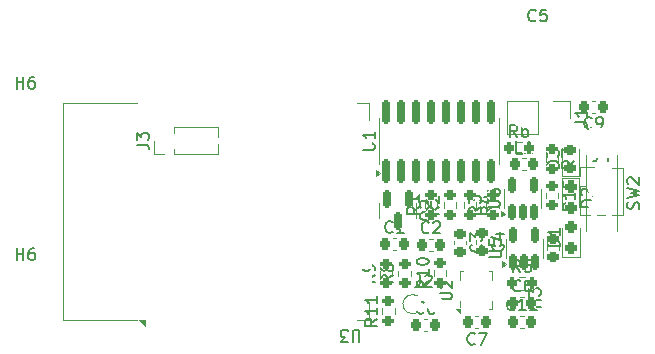
<source format=gto>
G04 #@! TF.GenerationSoftware,KiCad,Pcbnew,9.0.1-9.0.1-0~ubuntu22.04.1*
G04 #@! TF.CreationDate,2025-06-25T02:31:38+02:00*
G04 #@! TF.ProjectId,powermeter2.1,706f7765-726d-4657-9465-72322e312e6b,rev?*
G04 #@! TF.SameCoordinates,Original*
G04 #@! TF.FileFunction,Legend,Top*
G04 #@! TF.FilePolarity,Positive*
%FSLAX46Y46*%
G04 Gerber Fmt 4.6, Leading zero omitted, Abs format (unit mm)*
G04 Created by KiCad (PCBNEW 9.0.1-9.0.1-0~ubuntu22.04.1) date 2025-06-25 02:31:38*
%MOMM*%
%LPD*%
G01*
G04 APERTURE LIST*
G04 Aperture macros list*
%AMRoundRect*
0 Rectangle with rounded corners*
0 $1 Rounding radius*
0 $2 $3 $4 $5 $6 $7 $8 $9 X,Y pos of 4 corners*
0 Add a 4 corners polygon primitive as box body*
4,1,4,$2,$3,$4,$5,$6,$7,$8,$9,$2,$3,0*
0 Add four circle primitives for the rounded corners*
1,1,$1+$1,$2,$3*
1,1,$1+$1,$4,$5*
1,1,$1+$1,$6,$7*
1,1,$1+$1,$8,$9*
0 Add four rect primitives between the rounded corners*
20,1,$1+$1,$2,$3,$4,$5,0*
20,1,$1+$1,$4,$5,$6,$7,0*
20,1,$1+$1,$6,$7,$8,$9,0*
20,1,$1+$1,$8,$9,$2,$3,0*%
G04 Aperture macros list end*
%ADD10C,0.150000*%
%ADD11C,0.120000*%
%ADD12C,0.100000*%
%ADD13RoundRect,0.200000X0.275000X-0.200000X0.275000X0.200000X-0.275000X0.200000X-0.275000X-0.200000X0*%
%ADD14R,1.000000X1.000000*%
%ADD15C,1.000000*%
%ADD16RoundRect,0.200000X-0.200000X-0.275000X0.200000X-0.275000X0.200000X0.275000X-0.200000X0.275000X0*%
%ADD17RoundRect,0.225000X-0.225000X-0.250000X0.225000X-0.250000X0.225000X0.250000X-0.225000X0.250000X0*%
%ADD18RoundRect,0.150000X0.150000X-0.512500X0.150000X0.512500X-0.150000X0.512500X-0.150000X-0.512500X0*%
%ADD19RoundRect,0.225000X-0.250000X0.225000X-0.250000X-0.225000X0.250000X-0.225000X0.250000X0.225000X0*%
%ADD20RoundRect,0.237500X-0.237500X0.287500X-0.237500X-0.287500X0.237500X-0.287500X0.237500X0.287500X0*%
%ADD21RoundRect,0.150000X0.150000X-0.850000X0.150000X0.850000X-0.150000X0.850000X-0.150000X-0.850000X0*%
%ADD22C,3.200000*%
%ADD23RoundRect,0.200000X-0.275000X0.200000X-0.275000X-0.200000X0.275000X-0.200000X0.275000X0.200000X0*%
%ADD24R,1.700000X1.700000*%
%ADD25C,1.700000*%
%ADD26R,0.250000X0.675000*%
%ADD27R,0.675000X0.250000*%
%ADD28C,1.400000*%
%ADD29O,1.400000X1.400000*%
%ADD30C,5.600000*%
%ADD31RoundRect,0.225000X0.225000X0.250000X-0.225000X0.250000X-0.225000X-0.250000X0.225000X-0.250000X0*%
%ADD32RoundRect,0.218750X0.256250X-0.218750X0.256250X0.218750X-0.256250X0.218750X-0.256250X-0.218750X0*%
%ADD33RoundRect,0.218750X-0.218750X-0.256250X0.218750X-0.256250X0.218750X0.256250X-0.218750X0.256250X0*%
%ADD34R,2.000000X2.500000*%
%ADD35RoundRect,0.237500X0.237500X-0.287500X0.237500X0.287500X-0.237500X0.287500X-0.237500X-0.287500X0*%
%ADD36R,0.900000X1.500000*%
%ADD37R,1.500000X0.900000*%
%ADD38C,0.600000*%
%ADD39R,3.900000X3.900000*%
%ADD40RoundRect,0.150000X-0.150000X0.587500X-0.150000X-0.587500X0.150000X-0.587500X0.150000X0.587500X0*%
%ADD41RoundRect,0.225000X0.250000X-0.225000X0.250000X0.225000X-0.250000X0.225000X-0.250000X-0.225000X0*%
G04 APERTURE END LIST*
D10*
X159339819Y-116316666D02*
X158863628Y-116649999D01*
X159339819Y-116888094D02*
X158339819Y-116888094D01*
X158339819Y-116888094D02*
X158339819Y-116507142D01*
X158339819Y-116507142D02*
X158387438Y-116411904D01*
X158387438Y-116411904D02*
X158435057Y-116364285D01*
X158435057Y-116364285D02*
X158530295Y-116316666D01*
X158530295Y-116316666D02*
X158673152Y-116316666D01*
X158673152Y-116316666D02*
X158768390Y-116364285D01*
X158768390Y-116364285D02*
X158816009Y-116411904D01*
X158816009Y-116411904D02*
X158863628Y-116507142D01*
X158863628Y-116507142D02*
X158863628Y-116888094D01*
X158339819Y-115983332D02*
X158339819Y-115364285D01*
X158339819Y-115364285D02*
X158720771Y-115697618D01*
X158720771Y-115697618D02*
X158720771Y-115554761D01*
X158720771Y-115554761D02*
X158768390Y-115459523D01*
X158768390Y-115459523D02*
X158816009Y-115411904D01*
X158816009Y-115411904D02*
X158911247Y-115364285D01*
X158911247Y-115364285D02*
X159149342Y-115364285D01*
X159149342Y-115364285D02*
X159244580Y-115411904D01*
X159244580Y-115411904D02*
X159292200Y-115459523D01*
X159292200Y-115459523D02*
X159339819Y-115554761D01*
X159339819Y-115554761D02*
X159339819Y-115840475D01*
X159339819Y-115840475D02*
X159292200Y-115935713D01*
X159292200Y-115935713D02*
X159244580Y-115983332D01*
X169181666Y-111419819D02*
X169181666Y-112134104D01*
X169181666Y-112134104D02*
X169134047Y-112276961D01*
X169134047Y-112276961D02*
X169038809Y-112372200D01*
X169038809Y-112372200D02*
X168895952Y-112419819D01*
X168895952Y-112419819D02*
X168800714Y-112419819D01*
X170086428Y-111753152D02*
X170086428Y-112419819D01*
X169848333Y-111372200D02*
X169610238Y-112086485D01*
X169610238Y-112086485D02*
X170229285Y-112086485D01*
X162408333Y-110349819D02*
X162075000Y-109873628D01*
X161836905Y-110349819D02*
X161836905Y-109349819D01*
X161836905Y-109349819D02*
X162217857Y-109349819D01*
X162217857Y-109349819D02*
X162313095Y-109397438D01*
X162313095Y-109397438D02*
X162360714Y-109445057D01*
X162360714Y-109445057D02*
X162408333Y-109540295D01*
X162408333Y-109540295D02*
X162408333Y-109683152D01*
X162408333Y-109683152D02*
X162360714Y-109778390D01*
X162360714Y-109778390D02*
X162313095Y-109826009D01*
X162313095Y-109826009D02*
X162217857Y-109873628D01*
X162217857Y-109873628D02*
X161836905Y-109873628D01*
X163265476Y-109349819D02*
X163075000Y-109349819D01*
X163075000Y-109349819D02*
X162979762Y-109397438D01*
X162979762Y-109397438D02*
X162932143Y-109445057D01*
X162932143Y-109445057D02*
X162836905Y-109587914D01*
X162836905Y-109587914D02*
X162789286Y-109778390D01*
X162789286Y-109778390D02*
X162789286Y-110159342D01*
X162789286Y-110159342D02*
X162836905Y-110254580D01*
X162836905Y-110254580D02*
X162884524Y-110302200D01*
X162884524Y-110302200D02*
X162979762Y-110349819D01*
X162979762Y-110349819D02*
X163170238Y-110349819D01*
X163170238Y-110349819D02*
X163265476Y-110302200D01*
X163265476Y-110302200D02*
X163313095Y-110254580D01*
X163313095Y-110254580D02*
X163360714Y-110159342D01*
X163360714Y-110159342D02*
X163360714Y-109921247D01*
X163360714Y-109921247D02*
X163313095Y-109826009D01*
X163313095Y-109826009D02*
X163265476Y-109778390D01*
X163265476Y-109778390D02*
X163170238Y-109730771D01*
X163170238Y-109730771D02*
X162979762Y-109730771D01*
X162979762Y-109730771D02*
X162884524Y-109778390D01*
X162884524Y-109778390D02*
X162836905Y-109826009D01*
X162836905Y-109826009D02*
X162789286Y-109921247D01*
X151899819Y-122091666D02*
X151423628Y-122424999D01*
X151899819Y-122663094D02*
X150899819Y-122663094D01*
X150899819Y-122663094D02*
X150899819Y-122282142D01*
X150899819Y-122282142D02*
X150947438Y-122186904D01*
X150947438Y-122186904D02*
X150995057Y-122139285D01*
X150995057Y-122139285D02*
X151090295Y-122091666D01*
X151090295Y-122091666D02*
X151233152Y-122091666D01*
X151233152Y-122091666D02*
X151328390Y-122139285D01*
X151328390Y-122139285D02*
X151376009Y-122186904D01*
X151376009Y-122186904D02*
X151423628Y-122282142D01*
X151423628Y-122282142D02*
X151423628Y-122663094D01*
X151328390Y-121520237D02*
X151280771Y-121615475D01*
X151280771Y-121615475D02*
X151233152Y-121663094D01*
X151233152Y-121663094D02*
X151137914Y-121710713D01*
X151137914Y-121710713D02*
X151090295Y-121710713D01*
X151090295Y-121710713D02*
X150995057Y-121663094D01*
X150995057Y-121663094D02*
X150947438Y-121615475D01*
X150947438Y-121615475D02*
X150899819Y-121520237D01*
X150899819Y-121520237D02*
X150899819Y-121329761D01*
X150899819Y-121329761D02*
X150947438Y-121234523D01*
X150947438Y-121234523D02*
X150995057Y-121186904D01*
X150995057Y-121186904D02*
X151090295Y-121139285D01*
X151090295Y-121139285D02*
X151137914Y-121139285D01*
X151137914Y-121139285D02*
X151233152Y-121186904D01*
X151233152Y-121186904D02*
X151280771Y-121234523D01*
X151280771Y-121234523D02*
X151328390Y-121329761D01*
X151328390Y-121329761D02*
X151328390Y-121520237D01*
X151328390Y-121520237D02*
X151376009Y-121615475D01*
X151376009Y-121615475D02*
X151423628Y-121663094D01*
X151423628Y-121663094D02*
X151518866Y-121710713D01*
X151518866Y-121710713D02*
X151709342Y-121710713D01*
X151709342Y-121710713D02*
X151804580Y-121663094D01*
X151804580Y-121663094D02*
X151852200Y-121615475D01*
X151852200Y-121615475D02*
X151899819Y-121520237D01*
X151899819Y-121520237D02*
X151899819Y-121329761D01*
X151899819Y-121329761D02*
X151852200Y-121234523D01*
X151852200Y-121234523D02*
X151804580Y-121186904D01*
X151804580Y-121186904D02*
X151709342Y-121139285D01*
X151709342Y-121139285D02*
X151518866Y-121139285D01*
X151518866Y-121139285D02*
X151423628Y-121186904D01*
X151423628Y-121186904D02*
X151376009Y-121234523D01*
X151376009Y-121234523D02*
X151328390Y-121329761D01*
X154483333Y-125229580D02*
X154435714Y-125277200D01*
X154435714Y-125277200D02*
X154292857Y-125324819D01*
X154292857Y-125324819D02*
X154197619Y-125324819D01*
X154197619Y-125324819D02*
X154054762Y-125277200D01*
X154054762Y-125277200D02*
X153959524Y-125181961D01*
X153959524Y-125181961D02*
X153911905Y-125086723D01*
X153911905Y-125086723D02*
X153864286Y-124896247D01*
X153864286Y-124896247D02*
X153864286Y-124753390D01*
X153864286Y-124753390D02*
X153911905Y-124562914D01*
X153911905Y-124562914D02*
X153959524Y-124467676D01*
X153959524Y-124467676D02*
X154054762Y-124372438D01*
X154054762Y-124372438D02*
X154197619Y-124324819D01*
X154197619Y-124324819D02*
X154292857Y-124324819D01*
X154292857Y-124324819D02*
X154435714Y-124372438D01*
X154435714Y-124372438D02*
X154483333Y-124420057D01*
X155054762Y-124753390D02*
X154959524Y-124705771D01*
X154959524Y-124705771D02*
X154911905Y-124658152D01*
X154911905Y-124658152D02*
X154864286Y-124562914D01*
X154864286Y-124562914D02*
X154864286Y-124515295D01*
X154864286Y-124515295D02*
X154911905Y-124420057D01*
X154911905Y-124420057D02*
X154959524Y-124372438D01*
X154959524Y-124372438D02*
X155054762Y-124324819D01*
X155054762Y-124324819D02*
X155245238Y-124324819D01*
X155245238Y-124324819D02*
X155340476Y-124372438D01*
X155340476Y-124372438D02*
X155388095Y-124420057D01*
X155388095Y-124420057D02*
X155435714Y-124515295D01*
X155435714Y-124515295D02*
X155435714Y-124562914D01*
X155435714Y-124562914D02*
X155388095Y-124658152D01*
X155388095Y-124658152D02*
X155340476Y-124705771D01*
X155340476Y-124705771D02*
X155245238Y-124753390D01*
X155245238Y-124753390D02*
X155054762Y-124753390D01*
X155054762Y-124753390D02*
X154959524Y-124801009D01*
X154959524Y-124801009D02*
X154911905Y-124848628D01*
X154911905Y-124848628D02*
X154864286Y-124943866D01*
X154864286Y-124943866D02*
X154864286Y-125134342D01*
X154864286Y-125134342D02*
X154911905Y-125229580D01*
X154911905Y-125229580D02*
X154959524Y-125277200D01*
X154959524Y-125277200D02*
X155054762Y-125324819D01*
X155054762Y-125324819D02*
X155245238Y-125324819D01*
X155245238Y-125324819D02*
X155340476Y-125277200D01*
X155340476Y-125277200D02*
X155388095Y-125229580D01*
X155388095Y-125229580D02*
X155435714Y-125134342D01*
X155435714Y-125134342D02*
X155435714Y-124943866D01*
X155435714Y-124943866D02*
X155388095Y-124848628D01*
X155388095Y-124848628D02*
X155340476Y-124801009D01*
X155340476Y-124801009D02*
X155245238Y-124753390D01*
X150324819Y-122091666D02*
X149848628Y-122424999D01*
X150324819Y-122663094D02*
X149324819Y-122663094D01*
X149324819Y-122663094D02*
X149324819Y-122282142D01*
X149324819Y-122282142D02*
X149372438Y-122186904D01*
X149372438Y-122186904D02*
X149420057Y-122139285D01*
X149420057Y-122139285D02*
X149515295Y-122091666D01*
X149515295Y-122091666D02*
X149658152Y-122091666D01*
X149658152Y-122091666D02*
X149753390Y-122139285D01*
X149753390Y-122139285D02*
X149801009Y-122186904D01*
X149801009Y-122186904D02*
X149848628Y-122282142D01*
X149848628Y-122282142D02*
X149848628Y-122663094D01*
X150324819Y-121615475D02*
X150324819Y-121424999D01*
X150324819Y-121424999D02*
X150277200Y-121329761D01*
X150277200Y-121329761D02*
X150229580Y-121282142D01*
X150229580Y-121282142D02*
X150086723Y-121186904D01*
X150086723Y-121186904D02*
X149896247Y-121139285D01*
X149896247Y-121139285D02*
X149515295Y-121139285D01*
X149515295Y-121139285D02*
X149420057Y-121186904D01*
X149420057Y-121186904D02*
X149372438Y-121234523D01*
X149372438Y-121234523D02*
X149324819Y-121329761D01*
X149324819Y-121329761D02*
X149324819Y-121520237D01*
X149324819Y-121520237D02*
X149372438Y-121615475D01*
X149372438Y-121615475D02*
X149420057Y-121663094D01*
X149420057Y-121663094D02*
X149515295Y-121710713D01*
X149515295Y-121710713D02*
X149753390Y-121710713D01*
X149753390Y-121710713D02*
X149848628Y-121663094D01*
X149848628Y-121663094D02*
X149896247Y-121615475D01*
X149896247Y-121615475D02*
X149943866Y-121520237D01*
X149943866Y-121520237D02*
X149943866Y-121329761D01*
X149943866Y-121329761D02*
X149896247Y-121234523D01*
X149896247Y-121234523D02*
X149848628Y-121186904D01*
X149848628Y-121186904D02*
X149753390Y-121139285D01*
X130209819Y-111020833D02*
X130924104Y-111020833D01*
X130924104Y-111020833D02*
X131066961Y-111068452D01*
X131066961Y-111068452D02*
X131162200Y-111163690D01*
X131162200Y-111163690D02*
X131209819Y-111306547D01*
X131209819Y-111306547D02*
X131209819Y-111401785D01*
X130209819Y-110639880D02*
X130209819Y-110020833D01*
X130209819Y-110020833D02*
X130590771Y-110354166D01*
X130590771Y-110354166D02*
X130590771Y-110211309D01*
X130590771Y-110211309D02*
X130638390Y-110116071D01*
X130638390Y-110116071D02*
X130686009Y-110068452D01*
X130686009Y-110068452D02*
X130781247Y-110020833D01*
X130781247Y-110020833D02*
X131019342Y-110020833D01*
X131019342Y-110020833D02*
X131114580Y-110068452D01*
X131114580Y-110068452D02*
X131162200Y-110116071D01*
X131162200Y-110116071D02*
X131209819Y-110211309D01*
X131209819Y-110211309D02*
X131209819Y-110497023D01*
X131209819Y-110497023D02*
X131162200Y-110592261D01*
X131162200Y-110592261D02*
X131114580Y-110639880D01*
X159929819Y-116324404D02*
X160739342Y-116324404D01*
X160739342Y-116324404D02*
X160834580Y-116276785D01*
X160834580Y-116276785D02*
X160882200Y-116229166D01*
X160882200Y-116229166D02*
X160929819Y-116133928D01*
X160929819Y-116133928D02*
X160929819Y-115943452D01*
X160929819Y-115943452D02*
X160882200Y-115848214D01*
X160882200Y-115848214D02*
X160834580Y-115800595D01*
X160834580Y-115800595D02*
X160739342Y-115752976D01*
X160739342Y-115752976D02*
X159929819Y-115752976D01*
X159929819Y-114848214D02*
X159929819Y-115038690D01*
X159929819Y-115038690D02*
X159977438Y-115133928D01*
X159977438Y-115133928D02*
X160025057Y-115181547D01*
X160025057Y-115181547D02*
X160167914Y-115276785D01*
X160167914Y-115276785D02*
X160358390Y-115324404D01*
X160358390Y-115324404D02*
X160739342Y-115324404D01*
X160739342Y-115324404D02*
X160834580Y-115276785D01*
X160834580Y-115276785D02*
X160882200Y-115229166D01*
X160882200Y-115229166D02*
X160929819Y-115133928D01*
X160929819Y-115133928D02*
X160929819Y-114943452D01*
X160929819Y-114943452D02*
X160882200Y-114848214D01*
X160882200Y-114848214D02*
X160834580Y-114800595D01*
X160834580Y-114800595D02*
X160739342Y-114752976D01*
X160739342Y-114752976D02*
X160501247Y-114752976D01*
X160501247Y-114752976D02*
X160406009Y-114800595D01*
X160406009Y-114800595D02*
X160358390Y-114848214D01*
X160358390Y-114848214D02*
X160310771Y-114943452D01*
X160310771Y-114943452D02*
X160310771Y-115133928D01*
X160310771Y-115133928D02*
X160358390Y-115229166D01*
X160358390Y-115229166D02*
X160406009Y-115276785D01*
X160406009Y-115276785D02*
X160501247Y-115324404D01*
X159354580Y-119491666D02*
X159402200Y-119539285D01*
X159402200Y-119539285D02*
X159449819Y-119682142D01*
X159449819Y-119682142D02*
X159449819Y-119777380D01*
X159449819Y-119777380D02*
X159402200Y-119920237D01*
X159402200Y-119920237D02*
X159306961Y-120015475D01*
X159306961Y-120015475D02*
X159211723Y-120063094D01*
X159211723Y-120063094D02*
X159021247Y-120110713D01*
X159021247Y-120110713D02*
X158878390Y-120110713D01*
X158878390Y-120110713D02*
X158687914Y-120063094D01*
X158687914Y-120063094D02*
X158592676Y-120015475D01*
X158592676Y-120015475D02*
X158497438Y-119920237D01*
X158497438Y-119920237D02*
X158449819Y-119777380D01*
X158449819Y-119777380D02*
X158449819Y-119682142D01*
X158449819Y-119682142D02*
X158497438Y-119539285D01*
X158497438Y-119539285D02*
X158545057Y-119491666D01*
X158449819Y-119158332D02*
X158449819Y-118539285D01*
X158449819Y-118539285D02*
X158830771Y-118872618D01*
X158830771Y-118872618D02*
X158830771Y-118729761D01*
X158830771Y-118729761D02*
X158878390Y-118634523D01*
X158878390Y-118634523D02*
X158926009Y-118586904D01*
X158926009Y-118586904D02*
X159021247Y-118539285D01*
X159021247Y-118539285D02*
X159259342Y-118539285D01*
X159259342Y-118539285D02*
X159354580Y-118586904D01*
X159354580Y-118586904D02*
X159402200Y-118634523D01*
X159402200Y-118634523D02*
X159449819Y-118729761D01*
X159449819Y-118729761D02*
X159449819Y-119015475D01*
X159449819Y-119015475D02*
X159402200Y-119110713D01*
X159402200Y-119110713D02*
X159354580Y-119158332D01*
X161179580Y-119441666D02*
X161227200Y-119489285D01*
X161227200Y-119489285D02*
X161274819Y-119632142D01*
X161274819Y-119632142D02*
X161274819Y-119727380D01*
X161274819Y-119727380D02*
X161227200Y-119870237D01*
X161227200Y-119870237D02*
X161131961Y-119965475D01*
X161131961Y-119965475D02*
X161036723Y-120013094D01*
X161036723Y-120013094D02*
X160846247Y-120060713D01*
X160846247Y-120060713D02*
X160703390Y-120060713D01*
X160703390Y-120060713D02*
X160512914Y-120013094D01*
X160512914Y-120013094D02*
X160417676Y-119965475D01*
X160417676Y-119965475D02*
X160322438Y-119870237D01*
X160322438Y-119870237D02*
X160274819Y-119727380D01*
X160274819Y-119727380D02*
X160274819Y-119632142D01*
X160274819Y-119632142D02*
X160322438Y-119489285D01*
X160322438Y-119489285D02*
X160370057Y-119441666D01*
X160608152Y-118584523D02*
X161274819Y-118584523D01*
X160227200Y-118822618D02*
X160941485Y-119060713D01*
X160941485Y-119060713D02*
X160941485Y-118441666D01*
X168809819Y-116263094D02*
X167809819Y-116263094D01*
X167809819Y-116263094D02*
X167809819Y-116024999D01*
X167809819Y-116024999D02*
X167857438Y-115882142D01*
X167857438Y-115882142D02*
X167952676Y-115786904D01*
X167952676Y-115786904D02*
X168047914Y-115739285D01*
X168047914Y-115739285D02*
X168238390Y-115691666D01*
X168238390Y-115691666D02*
X168381247Y-115691666D01*
X168381247Y-115691666D02*
X168571723Y-115739285D01*
X168571723Y-115739285D02*
X168666961Y-115786904D01*
X168666961Y-115786904D02*
X168762200Y-115882142D01*
X168762200Y-115882142D02*
X168809819Y-116024999D01*
X168809819Y-116024999D02*
X168809819Y-116263094D01*
X167905057Y-115310713D02*
X167857438Y-115263094D01*
X167857438Y-115263094D02*
X167809819Y-115167856D01*
X167809819Y-115167856D02*
X167809819Y-114929761D01*
X167809819Y-114929761D02*
X167857438Y-114834523D01*
X167857438Y-114834523D02*
X167905057Y-114786904D01*
X167905057Y-114786904D02*
X168000295Y-114739285D01*
X168000295Y-114739285D02*
X168095533Y-114739285D01*
X168095533Y-114739285D02*
X168238390Y-114786904D01*
X168238390Y-114786904D02*
X168809819Y-115358332D01*
X168809819Y-115358332D02*
X168809819Y-114739285D01*
X162658333Y-123354580D02*
X162610714Y-123402200D01*
X162610714Y-123402200D02*
X162467857Y-123449819D01*
X162467857Y-123449819D02*
X162372619Y-123449819D01*
X162372619Y-123449819D02*
X162229762Y-123402200D01*
X162229762Y-123402200D02*
X162134524Y-123306961D01*
X162134524Y-123306961D02*
X162086905Y-123211723D01*
X162086905Y-123211723D02*
X162039286Y-123021247D01*
X162039286Y-123021247D02*
X162039286Y-122878390D01*
X162039286Y-122878390D02*
X162086905Y-122687914D01*
X162086905Y-122687914D02*
X162134524Y-122592676D01*
X162134524Y-122592676D02*
X162229762Y-122497438D01*
X162229762Y-122497438D02*
X162372619Y-122449819D01*
X162372619Y-122449819D02*
X162467857Y-122449819D01*
X162467857Y-122449819D02*
X162610714Y-122497438D01*
X162610714Y-122497438D02*
X162658333Y-122545057D01*
X163515476Y-122449819D02*
X163325000Y-122449819D01*
X163325000Y-122449819D02*
X163229762Y-122497438D01*
X163229762Y-122497438D02*
X163182143Y-122545057D01*
X163182143Y-122545057D02*
X163086905Y-122687914D01*
X163086905Y-122687914D02*
X163039286Y-122878390D01*
X163039286Y-122878390D02*
X163039286Y-123259342D01*
X163039286Y-123259342D02*
X163086905Y-123354580D01*
X163086905Y-123354580D02*
X163134524Y-123402200D01*
X163134524Y-123402200D02*
X163229762Y-123449819D01*
X163229762Y-123449819D02*
X163420238Y-123449819D01*
X163420238Y-123449819D02*
X163515476Y-123402200D01*
X163515476Y-123402200D02*
X163563095Y-123354580D01*
X163563095Y-123354580D02*
X163610714Y-123259342D01*
X163610714Y-123259342D02*
X163610714Y-123021247D01*
X163610714Y-123021247D02*
X163563095Y-122926009D01*
X163563095Y-122926009D02*
X163515476Y-122878390D01*
X163515476Y-122878390D02*
X163420238Y-122830771D01*
X163420238Y-122830771D02*
X163229762Y-122830771D01*
X163229762Y-122830771D02*
X163134524Y-122878390D01*
X163134524Y-122878390D02*
X163086905Y-122926009D01*
X163086905Y-122926009D02*
X163039286Y-123021247D01*
X154933333Y-118429580D02*
X154885714Y-118477200D01*
X154885714Y-118477200D02*
X154742857Y-118524819D01*
X154742857Y-118524819D02*
X154647619Y-118524819D01*
X154647619Y-118524819D02*
X154504762Y-118477200D01*
X154504762Y-118477200D02*
X154409524Y-118381961D01*
X154409524Y-118381961D02*
X154361905Y-118286723D01*
X154361905Y-118286723D02*
X154314286Y-118096247D01*
X154314286Y-118096247D02*
X154314286Y-117953390D01*
X154314286Y-117953390D02*
X154361905Y-117762914D01*
X154361905Y-117762914D02*
X154409524Y-117667676D01*
X154409524Y-117667676D02*
X154504762Y-117572438D01*
X154504762Y-117572438D02*
X154647619Y-117524819D01*
X154647619Y-117524819D02*
X154742857Y-117524819D01*
X154742857Y-117524819D02*
X154885714Y-117572438D01*
X154885714Y-117572438D02*
X154933333Y-117620057D01*
X155314286Y-117620057D02*
X155361905Y-117572438D01*
X155361905Y-117572438D02*
X155457143Y-117524819D01*
X155457143Y-117524819D02*
X155695238Y-117524819D01*
X155695238Y-117524819D02*
X155790476Y-117572438D01*
X155790476Y-117572438D02*
X155838095Y-117620057D01*
X155838095Y-117620057D02*
X155885714Y-117715295D01*
X155885714Y-117715295D02*
X155885714Y-117810533D01*
X155885714Y-117810533D02*
X155838095Y-117953390D01*
X155838095Y-117953390D02*
X155266667Y-118524819D01*
X155266667Y-118524819D02*
X155885714Y-118524819D01*
X149329819Y-111486904D02*
X150139342Y-111486904D01*
X150139342Y-111486904D02*
X150234580Y-111439285D01*
X150234580Y-111439285D02*
X150282200Y-111391666D01*
X150282200Y-111391666D02*
X150329819Y-111296428D01*
X150329819Y-111296428D02*
X150329819Y-111105952D01*
X150329819Y-111105952D02*
X150282200Y-111010714D01*
X150282200Y-111010714D02*
X150234580Y-110963095D01*
X150234580Y-110963095D02*
X150139342Y-110915476D01*
X150139342Y-110915476D02*
X149329819Y-110915476D01*
X150329819Y-109915476D02*
X150329819Y-110486904D01*
X150329819Y-110201190D02*
X149329819Y-110201190D01*
X149329819Y-110201190D02*
X149472676Y-110296428D01*
X149472676Y-110296428D02*
X149567914Y-110391666D01*
X149567914Y-110391666D02*
X149615533Y-110486904D01*
X162182142Y-124954580D02*
X162134523Y-125002200D01*
X162134523Y-125002200D02*
X161991666Y-125049819D01*
X161991666Y-125049819D02*
X161896428Y-125049819D01*
X161896428Y-125049819D02*
X161753571Y-125002200D01*
X161753571Y-125002200D02*
X161658333Y-124906961D01*
X161658333Y-124906961D02*
X161610714Y-124811723D01*
X161610714Y-124811723D02*
X161563095Y-124621247D01*
X161563095Y-124621247D02*
X161563095Y-124478390D01*
X161563095Y-124478390D02*
X161610714Y-124287914D01*
X161610714Y-124287914D02*
X161658333Y-124192676D01*
X161658333Y-124192676D02*
X161753571Y-124097438D01*
X161753571Y-124097438D02*
X161896428Y-124049819D01*
X161896428Y-124049819D02*
X161991666Y-124049819D01*
X161991666Y-124049819D02*
X162134523Y-124097438D01*
X162134523Y-124097438D02*
X162182142Y-124145057D01*
X163134523Y-125049819D02*
X162563095Y-125049819D01*
X162848809Y-125049819D02*
X162848809Y-124049819D01*
X162848809Y-124049819D02*
X162753571Y-124192676D01*
X162753571Y-124192676D02*
X162658333Y-124287914D01*
X162658333Y-124287914D02*
X162563095Y-124335533D01*
X164086904Y-125049819D02*
X163515476Y-125049819D01*
X163801190Y-125049819D02*
X163801190Y-124049819D01*
X163801190Y-124049819D02*
X163705952Y-124192676D01*
X163705952Y-124192676D02*
X163610714Y-124287914D01*
X163610714Y-124287914D02*
X163515476Y-124335533D01*
X120013095Y-120779819D02*
X120013095Y-119779819D01*
X120013095Y-120256009D02*
X120584523Y-120256009D01*
X120584523Y-120779819D02*
X120584523Y-119779819D01*
X121489285Y-119779819D02*
X121298809Y-119779819D01*
X121298809Y-119779819D02*
X121203571Y-119827438D01*
X121203571Y-119827438D02*
X121155952Y-119875057D01*
X121155952Y-119875057D02*
X121060714Y-120017914D01*
X121060714Y-120017914D02*
X121013095Y-120208390D01*
X121013095Y-120208390D02*
X121013095Y-120589342D01*
X121013095Y-120589342D02*
X121060714Y-120684580D01*
X121060714Y-120684580D02*
X121108333Y-120732200D01*
X121108333Y-120732200D02*
X121203571Y-120779819D01*
X121203571Y-120779819D02*
X121394047Y-120779819D01*
X121394047Y-120779819D02*
X121489285Y-120732200D01*
X121489285Y-120732200D02*
X121536904Y-120684580D01*
X121536904Y-120684580D02*
X121584523Y-120589342D01*
X121584523Y-120589342D02*
X121584523Y-120351247D01*
X121584523Y-120351247D02*
X121536904Y-120256009D01*
X121536904Y-120256009D02*
X121489285Y-120208390D01*
X121489285Y-120208390D02*
X121394047Y-120160771D01*
X121394047Y-120160771D02*
X121203571Y-120160771D01*
X121203571Y-120160771D02*
X121108333Y-120208390D01*
X121108333Y-120208390D02*
X121060714Y-120256009D01*
X121060714Y-120256009D02*
X121013095Y-120351247D01*
X167234819Y-112391666D02*
X166758628Y-112724999D01*
X167234819Y-112963094D02*
X166234819Y-112963094D01*
X166234819Y-112963094D02*
X166234819Y-112582142D01*
X166234819Y-112582142D02*
X166282438Y-112486904D01*
X166282438Y-112486904D02*
X166330057Y-112439285D01*
X166330057Y-112439285D02*
X166425295Y-112391666D01*
X166425295Y-112391666D02*
X166568152Y-112391666D01*
X166568152Y-112391666D02*
X166663390Y-112439285D01*
X166663390Y-112439285D02*
X166711009Y-112486904D01*
X166711009Y-112486904D02*
X166758628Y-112582142D01*
X166758628Y-112582142D02*
X166758628Y-112963094D01*
X166234819Y-112058332D02*
X166234819Y-111391666D01*
X166234819Y-111391666D02*
X167234819Y-111820237D01*
X167309819Y-109083333D02*
X168024104Y-109083333D01*
X168024104Y-109083333D02*
X168166961Y-109130952D01*
X168166961Y-109130952D02*
X168262200Y-109226190D01*
X168262200Y-109226190D02*
X168309819Y-109369047D01*
X168309819Y-109369047D02*
X168309819Y-109464285D01*
X168309819Y-108083333D02*
X168309819Y-108654761D01*
X168309819Y-108369047D02*
X167309819Y-108369047D01*
X167309819Y-108369047D02*
X167452676Y-108464285D01*
X167452676Y-108464285D02*
X167547914Y-108559523D01*
X167547914Y-108559523D02*
X167595533Y-108654761D01*
X155872319Y-124119404D02*
X156681842Y-124119404D01*
X156681842Y-124119404D02*
X156777080Y-124071785D01*
X156777080Y-124071785D02*
X156824700Y-124024166D01*
X156824700Y-124024166D02*
X156872319Y-123928928D01*
X156872319Y-123928928D02*
X156872319Y-123738452D01*
X156872319Y-123738452D02*
X156824700Y-123643214D01*
X156824700Y-123643214D02*
X156777080Y-123595595D01*
X156777080Y-123595595D02*
X156681842Y-123547976D01*
X156681842Y-123547976D02*
X155872319Y-123547976D01*
X155967557Y-123119404D02*
X155919938Y-123071785D01*
X155919938Y-123071785D02*
X155872319Y-122976547D01*
X155872319Y-122976547D02*
X155872319Y-122738452D01*
X155872319Y-122738452D02*
X155919938Y-122643214D01*
X155919938Y-122643214D02*
X155967557Y-122595595D01*
X155967557Y-122595595D02*
X156062795Y-122547976D01*
X156062795Y-122547976D02*
X156158033Y-122547976D01*
X156158033Y-122547976D02*
X156300890Y-122595595D01*
X156300890Y-122595595D02*
X156872319Y-123167023D01*
X156872319Y-123167023D02*
X156872319Y-122547976D01*
X154161666Y-122059819D02*
X154161666Y-122774104D01*
X154161666Y-122774104D02*
X154114047Y-122916961D01*
X154114047Y-122916961D02*
X154018809Y-123012200D01*
X154018809Y-123012200D02*
X153875952Y-123059819D01*
X153875952Y-123059819D02*
X153780714Y-123059819D01*
X154590238Y-122155057D02*
X154637857Y-122107438D01*
X154637857Y-122107438D02*
X154733095Y-122059819D01*
X154733095Y-122059819D02*
X154971190Y-122059819D01*
X154971190Y-122059819D02*
X155066428Y-122107438D01*
X155066428Y-122107438D02*
X155114047Y-122155057D01*
X155114047Y-122155057D02*
X155161666Y-122250295D01*
X155161666Y-122250295D02*
X155161666Y-122345533D01*
X155161666Y-122345533D02*
X155114047Y-122488390D01*
X155114047Y-122488390D02*
X154542619Y-123059819D01*
X154542619Y-123059819D02*
X155161666Y-123059819D01*
X164379819Y-124761904D02*
X163379819Y-124761904D01*
X163856009Y-124761904D02*
X163856009Y-124190476D01*
X164379819Y-124190476D02*
X163379819Y-124190476D01*
X163379819Y-123809523D02*
X163379819Y-123190476D01*
X163379819Y-123190476D02*
X163760771Y-123523809D01*
X163760771Y-123523809D02*
X163760771Y-123380952D01*
X163760771Y-123380952D02*
X163808390Y-123285714D01*
X163808390Y-123285714D02*
X163856009Y-123238095D01*
X163856009Y-123238095D02*
X163951247Y-123190476D01*
X163951247Y-123190476D02*
X164189342Y-123190476D01*
X164189342Y-123190476D02*
X164284580Y-123238095D01*
X164284580Y-123238095D02*
X164332200Y-123285714D01*
X164332200Y-123285714D02*
X164379819Y-123380952D01*
X164379819Y-123380952D02*
X164379819Y-123666666D01*
X164379819Y-123666666D02*
X164332200Y-123761904D01*
X164332200Y-123761904D02*
X164284580Y-123809523D01*
X120013095Y-106279819D02*
X120013095Y-105279819D01*
X120013095Y-105756009D02*
X120584523Y-105756009D01*
X120584523Y-106279819D02*
X120584523Y-105279819D01*
X121489285Y-105279819D02*
X121298809Y-105279819D01*
X121298809Y-105279819D02*
X121203571Y-105327438D01*
X121203571Y-105327438D02*
X121155952Y-105375057D01*
X121155952Y-105375057D02*
X121060714Y-105517914D01*
X121060714Y-105517914D02*
X121013095Y-105708390D01*
X121013095Y-105708390D02*
X121013095Y-106089342D01*
X121013095Y-106089342D02*
X121060714Y-106184580D01*
X121060714Y-106184580D02*
X121108333Y-106232200D01*
X121108333Y-106232200D02*
X121203571Y-106279819D01*
X121203571Y-106279819D02*
X121394047Y-106279819D01*
X121394047Y-106279819D02*
X121489285Y-106232200D01*
X121489285Y-106232200D02*
X121536904Y-106184580D01*
X121536904Y-106184580D02*
X121584523Y-106089342D01*
X121584523Y-106089342D02*
X121584523Y-105851247D01*
X121584523Y-105851247D02*
X121536904Y-105756009D01*
X121536904Y-105756009D02*
X121489285Y-105708390D01*
X121489285Y-105708390D02*
X121394047Y-105660771D01*
X121394047Y-105660771D02*
X121203571Y-105660771D01*
X121203571Y-105660771D02*
X121108333Y-105708390D01*
X121108333Y-105708390D02*
X121060714Y-105756009D01*
X121060714Y-105756009D02*
X121013095Y-105851247D01*
X168708333Y-109589580D02*
X168660714Y-109637200D01*
X168660714Y-109637200D02*
X168517857Y-109684819D01*
X168517857Y-109684819D02*
X168422619Y-109684819D01*
X168422619Y-109684819D02*
X168279762Y-109637200D01*
X168279762Y-109637200D02*
X168184524Y-109541961D01*
X168184524Y-109541961D02*
X168136905Y-109446723D01*
X168136905Y-109446723D02*
X168089286Y-109256247D01*
X168089286Y-109256247D02*
X168089286Y-109113390D01*
X168089286Y-109113390D02*
X168136905Y-108922914D01*
X168136905Y-108922914D02*
X168184524Y-108827676D01*
X168184524Y-108827676D02*
X168279762Y-108732438D01*
X168279762Y-108732438D02*
X168422619Y-108684819D01*
X168422619Y-108684819D02*
X168517857Y-108684819D01*
X168517857Y-108684819D02*
X168660714Y-108732438D01*
X168660714Y-108732438D02*
X168708333Y-108780057D01*
X169184524Y-109684819D02*
X169375000Y-109684819D01*
X169375000Y-109684819D02*
X169470238Y-109637200D01*
X169470238Y-109637200D02*
X169517857Y-109589580D01*
X169517857Y-109589580D02*
X169613095Y-109446723D01*
X169613095Y-109446723D02*
X169660714Y-109256247D01*
X169660714Y-109256247D02*
X169660714Y-108875295D01*
X169660714Y-108875295D02*
X169613095Y-108780057D01*
X169613095Y-108780057D02*
X169565476Y-108732438D01*
X169565476Y-108732438D02*
X169470238Y-108684819D01*
X169470238Y-108684819D02*
X169279762Y-108684819D01*
X169279762Y-108684819D02*
X169184524Y-108732438D01*
X169184524Y-108732438D02*
X169136905Y-108780057D01*
X169136905Y-108780057D02*
X169089286Y-108875295D01*
X169089286Y-108875295D02*
X169089286Y-109113390D01*
X169089286Y-109113390D02*
X169136905Y-109208628D01*
X169136905Y-109208628D02*
X169184524Y-109256247D01*
X169184524Y-109256247D02*
X169279762Y-109303866D01*
X169279762Y-109303866D02*
X169470238Y-109303866D01*
X169470238Y-109303866D02*
X169565476Y-109256247D01*
X169565476Y-109256247D02*
X169613095Y-109208628D01*
X169613095Y-109208628D02*
X169660714Y-109113390D01*
X167259819Y-115967857D02*
X166783628Y-116301190D01*
X167259819Y-116539285D02*
X166259819Y-116539285D01*
X166259819Y-116539285D02*
X166259819Y-116158333D01*
X166259819Y-116158333D02*
X166307438Y-116063095D01*
X166307438Y-116063095D02*
X166355057Y-116015476D01*
X166355057Y-116015476D02*
X166450295Y-115967857D01*
X166450295Y-115967857D02*
X166593152Y-115967857D01*
X166593152Y-115967857D02*
X166688390Y-116015476D01*
X166688390Y-116015476D02*
X166736009Y-116063095D01*
X166736009Y-116063095D02*
X166783628Y-116158333D01*
X166783628Y-116158333D02*
X166783628Y-116539285D01*
X167259819Y-115015476D02*
X167259819Y-115586904D01*
X167259819Y-115301190D02*
X166259819Y-115301190D01*
X166259819Y-115301190D02*
X166402676Y-115396428D01*
X166402676Y-115396428D02*
X166497914Y-115491666D01*
X166497914Y-115491666D02*
X166545533Y-115586904D01*
X166259819Y-114110714D02*
X166259819Y-114586904D01*
X166259819Y-114586904D02*
X166736009Y-114634523D01*
X166736009Y-114634523D02*
X166688390Y-114586904D01*
X166688390Y-114586904D02*
X166640771Y-114491666D01*
X166640771Y-114491666D02*
X166640771Y-114253571D01*
X166640771Y-114253571D02*
X166688390Y-114158333D01*
X166688390Y-114158333D02*
X166736009Y-114110714D01*
X166736009Y-114110714D02*
X166831247Y-114063095D01*
X166831247Y-114063095D02*
X167069342Y-114063095D01*
X167069342Y-114063095D02*
X167164580Y-114110714D01*
X167164580Y-114110714D02*
X167212200Y-114158333D01*
X167212200Y-114158333D02*
X167259819Y-114253571D01*
X167259819Y-114253571D02*
X167259819Y-114491666D01*
X167259819Y-114491666D02*
X167212200Y-114586904D01*
X167212200Y-114586904D02*
X167164580Y-114634523D01*
X165924819Y-112963094D02*
X164924819Y-112963094D01*
X164924819Y-112963094D02*
X164924819Y-112724999D01*
X164924819Y-112724999D02*
X164972438Y-112582142D01*
X164972438Y-112582142D02*
X165067676Y-112486904D01*
X165067676Y-112486904D02*
X165162914Y-112439285D01*
X165162914Y-112439285D02*
X165353390Y-112391666D01*
X165353390Y-112391666D02*
X165496247Y-112391666D01*
X165496247Y-112391666D02*
X165686723Y-112439285D01*
X165686723Y-112439285D02*
X165781961Y-112486904D01*
X165781961Y-112486904D02*
X165877200Y-112582142D01*
X165877200Y-112582142D02*
X165924819Y-112724999D01*
X165924819Y-112724999D02*
X165924819Y-112963094D01*
X164924819Y-112058332D02*
X164924819Y-111439285D01*
X164924819Y-111439285D02*
X165305771Y-111772618D01*
X165305771Y-111772618D02*
X165305771Y-111629761D01*
X165305771Y-111629761D02*
X165353390Y-111534523D01*
X165353390Y-111534523D02*
X165401009Y-111486904D01*
X165401009Y-111486904D02*
X165496247Y-111439285D01*
X165496247Y-111439285D02*
X165734342Y-111439285D01*
X165734342Y-111439285D02*
X165829580Y-111486904D01*
X165829580Y-111486904D02*
X165877200Y-111534523D01*
X165877200Y-111534523D02*
X165924819Y-111629761D01*
X165924819Y-111629761D02*
X165924819Y-111915475D01*
X165924819Y-111915475D02*
X165877200Y-112010713D01*
X165877200Y-112010713D02*
X165829580Y-112058332D01*
X162808333Y-111699819D02*
X162332143Y-111699819D01*
X162332143Y-111699819D02*
X162332143Y-110699819D01*
X163665476Y-111699819D02*
X163094048Y-111699819D01*
X163379762Y-111699819D02*
X163379762Y-110699819D01*
X163379762Y-110699819D02*
X163284524Y-110842676D01*
X163284524Y-110842676D02*
X163189286Y-110937914D01*
X163189286Y-110937914D02*
X163094048Y-110985533D01*
X151848333Y-118404580D02*
X151800714Y-118452200D01*
X151800714Y-118452200D02*
X151657857Y-118499819D01*
X151657857Y-118499819D02*
X151562619Y-118499819D01*
X151562619Y-118499819D02*
X151419762Y-118452200D01*
X151419762Y-118452200D02*
X151324524Y-118356961D01*
X151324524Y-118356961D02*
X151276905Y-118261723D01*
X151276905Y-118261723D02*
X151229286Y-118071247D01*
X151229286Y-118071247D02*
X151229286Y-117928390D01*
X151229286Y-117928390D02*
X151276905Y-117737914D01*
X151276905Y-117737914D02*
X151324524Y-117642676D01*
X151324524Y-117642676D02*
X151419762Y-117547438D01*
X151419762Y-117547438D02*
X151562619Y-117499819D01*
X151562619Y-117499819D02*
X151657857Y-117499819D01*
X151657857Y-117499819D02*
X151800714Y-117547438D01*
X151800714Y-117547438D02*
X151848333Y-117595057D01*
X152800714Y-118499819D02*
X152229286Y-118499819D01*
X152515000Y-118499819D02*
X152515000Y-117499819D01*
X152515000Y-117499819D02*
X152419762Y-117642676D01*
X152419762Y-117642676D02*
X152324524Y-117737914D01*
X152324524Y-117737914D02*
X152229286Y-117785533D01*
X172682200Y-116458332D02*
X172729819Y-116315475D01*
X172729819Y-116315475D02*
X172729819Y-116077380D01*
X172729819Y-116077380D02*
X172682200Y-115982142D01*
X172682200Y-115982142D02*
X172634580Y-115934523D01*
X172634580Y-115934523D02*
X172539342Y-115886904D01*
X172539342Y-115886904D02*
X172444104Y-115886904D01*
X172444104Y-115886904D02*
X172348866Y-115934523D01*
X172348866Y-115934523D02*
X172301247Y-115982142D01*
X172301247Y-115982142D02*
X172253628Y-116077380D01*
X172253628Y-116077380D02*
X172206009Y-116267856D01*
X172206009Y-116267856D02*
X172158390Y-116363094D01*
X172158390Y-116363094D02*
X172110771Y-116410713D01*
X172110771Y-116410713D02*
X172015533Y-116458332D01*
X172015533Y-116458332D02*
X171920295Y-116458332D01*
X171920295Y-116458332D02*
X171825057Y-116410713D01*
X171825057Y-116410713D02*
X171777438Y-116363094D01*
X171777438Y-116363094D02*
X171729819Y-116267856D01*
X171729819Y-116267856D02*
X171729819Y-116029761D01*
X171729819Y-116029761D02*
X171777438Y-115886904D01*
X171729819Y-115553570D02*
X172729819Y-115315475D01*
X172729819Y-115315475D02*
X172015533Y-115124999D01*
X172015533Y-115124999D02*
X172729819Y-114934523D01*
X172729819Y-114934523D02*
X171729819Y-114696428D01*
X171825057Y-114363094D02*
X171777438Y-114315475D01*
X171777438Y-114315475D02*
X171729819Y-114220237D01*
X171729819Y-114220237D02*
X171729819Y-113982142D01*
X171729819Y-113982142D02*
X171777438Y-113886904D01*
X171777438Y-113886904D02*
X171825057Y-113839285D01*
X171825057Y-113839285D02*
X171920295Y-113791666D01*
X171920295Y-113791666D02*
X172015533Y-113791666D01*
X172015533Y-113791666D02*
X172158390Y-113839285D01*
X172158390Y-113839285D02*
X172729819Y-114410713D01*
X172729819Y-114410713D02*
X172729819Y-113791666D01*
X165999819Y-119638094D02*
X164999819Y-119638094D01*
X164999819Y-119638094D02*
X164999819Y-119399999D01*
X164999819Y-119399999D02*
X165047438Y-119257142D01*
X165047438Y-119257142D02*
X165142676Y-119161904D01*
X165142676Y-119161904D02*
X165237914Y-119114285D01*
X165237914Y-119114285D02*
X165428390Y-119066666D01*
X165428390Y-119066666D02*
X165571247Y-119066666D01*
X165571247Y-119066666D02*
X165761723Y-119114285D01*
X165761723Y-119114285D02*
X165856961Y-119161904D01*
X165856961Y-119161904D02*
X165952200Y-119257142D01*
X165952200Y-119257142D02*
X165999819Y-119399999D01*
X165999819Y-119399999D02*
X165999819Y-119638094D01*
X165999819Y-118114285D02*
X165999819Y-118685713D01*
X165999819Y-118399999D02*
X164999819Y-118399999D01*
X164999819Y-118399999D02*
X165142676Y-118495237D01*
X165142676Y-118495237D02*
X165237914Y-118590475D01*
X165237914Y-118590475D02*
X165285533Y-118685713D01*
X160054819Y-120574404D02*
X160864342Y-120574404D01*
X160864342Y-120574404D02*
X160959580Y-120526785D01*
X160959580Y-120526785D02*
X161007200Y-120479166D01*
X161007200Y-120479166D02*
X161054819Y-120383928D01*
X161054819Y-120383928D02*
X161054819Y-120193452D01*
X161054819Y-120193452D02*
X161007200Y-120098214D01*
X161007200Y-120098214D02*
X160959580Y-120050595D01*
X160959580Y-120050595D02*
X160864342Y-120002976D01*
X160864342Y-120002976D02*
X160054819Y-120002976D01*
X160054819Y-119050595D02*
X160054819Y-119526785D01*
X160054819Y-119526785D02*
X160531009Y-119574404D01*
X160531009Y-119574404D02*
X160483390Y-119526785D01*
X160483390Y-119526785D02*
X160435771Y-119431547D01*
X160435771Y-119431547D02*
X160435771Y-119193452D01*
X160435771Y-119193452D02*
X160483390Y-119098214D01*
X160483390Y-119098214D02*
X160531009Y-119050595D01*
X160531009Y-119050595D02*
X160626247Y-119002976D01*
X160626247Y-119002976D02*
X160864342Y-119002976D01*
X160864342Y-119002976D02*
X160959580Y-119050595D01*
X160959580Y-119050595D02*
X161007200Y-119098214D01*
X161007200Y-119098214D02*
X161054819Y-119193452D01*
X161054819Y-119193452D02*
X161054819Y-119431547D01*
X161054819Y-119431547D02*
X161007200Y-119526785D01*
X161007200Y-119526785D02*
X160959580Y-119574404D01*
X158808333Y-127864580D02*
X158760714Y-127912200D01*
X158760714Y-127912200D02*
X158617857Y-127959819D01*
X158617857Y-127959819D02*
X158522619Y-127959819D01*
X158522619Y-127959819D02*
X158379762Y-127912200D01*
X158379762Y-127912200D02*
X158284524Y-127816961D01*
X158284524Y-127816961D02*
X158236905Y-127721723D01*
X158236905Y-127721723D02*
X158189286Y-127531247D01*
X158189286Y-127531247D02*
X158189286Y-127388390D01*
X158189286Y-127388390D02*
X158236905Y-127197914D01*
X158236905Y-127197914D02*
X158284524Y-127102676D01*
X158284524Y-127102676D02*
X158379762Y-127007438D01*
X158379762Y-127007438D02*
X158522619Y-126959819D01*
X158522619Y-126959819D02*
X158617857Y-126959819D01*
X158617857Y-126959819D02*
X158760714Y-127007438D01*
X158760714Y-127007438D02*
X158808333Y-127055057D01*
X159141667Y-126959819D02*
X159808333Y-126959819D01*
X159808333Y-126959819D02*
X159379762Y-127959819D01*
X149046904Y-127707680D02*
X149046904Y-126898157D01*
X149046904Y-126898157D02*
X148999285Y-126802919D01*
X148999285Y-126802919D02*
X148951666Y-126755300D01*
X148951666Y-126755300D02*
X148856428Y-126707680D01*
X148856428Y-126707680D02*
X148665952Y-126707680D01*
X148665952Y-126707680D02*
X148570714Y-126755300D01*
X148570714Y-126755300D02*
X148523095Y-126802919D01*
X148523095Y-126802919D02*
X148475476Y-126898157D01*
X148475476Y-126898157D02*
X148475476Y-127707680D01*
X148094523Y-127707680D02*
X147475476Y-127707680D01*
X147475476Y-127707680D02*
X147808809Y-127326728D01*
X147808809Y-127326728D02*
X147665952Y-127326728D01*
X147665952Y-127326728D02*
X147570714Y-127279109D01*
X147570714Y-127279109D02*
X147523095Y-127231490D01*
X147523095Y-127231490D02*
X147475476Y-127136252D01*
X147475476Y-127136252D02*
X147475476Y-126898157D01*
X147475476Y-126898157D02*
X147523095Y-126802919D01*
X147523095Y-126802919D02*
X147570714Y-126755300D01*
X147570714Y-126755300D02*
X147665952Y-126707680D01*
X147665952Y-126707680D02*
X147951666Y-126707680D01*
X147951666Y-126707680D02*
X148046904Y-126755300D01*
X148046904Y-126755300D02*
X148094523Y-126802919D01*
X154899819Y-122542857D02*
X154423628Y-122876190D01*
X154899819Y-123114285D02*
X153899819Y-123114285D01*
X153899819Y-123114285D02*
X153899819Y-122733333D01*
X153899819Y-122733333D02*
X153947438Y-122638095D01*
X153947438Y-122638095D02*
X153995057Y-122590476D01*
X153995057Y-122590476D02*
X154090295Y-122542857D01*
X154090295Y-122542857D02*
X154233152Y-122542857D01*
X154233152Y-122542857D02*
X154328390Y-122590476D01*
X154328390Y-122590476D02*
X154376009Y-122638095D01*
X154376009Y-122638095D02*
X154423628Y-122733333D01*
X154423628Y-122733333D02*
X154423628Y-123114285D01*
X154899819Y-121590476D02*
X154899819Y-122161904D01*
X154899819Y-121876190D02*
X153899819Y-121876190D01*
X153899819Y-121876190D02*
X154042676Y-121971428D01*
X154042676Y-121971428D02*
X154137914Y-122066666D01*
X154137914Y-122066666D02*
X154185533Y-122161904D01*
X153899819Y-120971428D02*
X153899819Y-120876190D01*
X153899819Y-120876190D02*
X153947438Y-120780952D01*
X153947438Y-120780952D02*
X153995057Y-120733333D01*
X153995057Y-120733333D02*
X154090295Y-120685714D01*
X154090295Y-120685714D02*
X154280771Y-120638095D01*
X154280771Y-120638095D02*
X154518866Y-120638095D01*
X154518866Y-120638095D02*
X154709342Y-120685714D01*
X154709342Y-120685714D02*
X154804580Y-120733333D01*
X154804580Y-120733333D02*
X154852200Y-120780952D01*
X154852200Y-120780952D02*
X154899819Y-120876190D01*
X154899819Y-120876190D02*
X154899819Y-120971428D01*
X154899819Y-120971428D02*
X154852200Y-121066666D01*
X154852200Y-121066666D02*
X154804580Y-121114285D01*
X154804580Y-121114285D02*
X154709342Y-121161904D01*
X154709342Y-121161904D02*
X154518866Y-121209523D01*
X154518866Y-121209523D02*
X154280771Y-121209523D01*
X154280771Y-121209523D02*
X154090295Y-121161904D01*
X154090295Y-121161904D02*
X153995057Y-121114285D01*
X153995057Y-121114285D02*
X153947438Y-121066666D01*
X153947438Y-121066666D02*
X153899819Y-120971428D01*
X160299819Y-116316666D02*
X159823628Y-116649999D01*
X160299819Y-116888094D02*
X159299819Y-116888094D01*
X159299819Y-116888094D02*
X159299819Y-116507142D01*
X159299819Y-116507142D02*
X159347438Y-116411904D01*
X159347438Y-116411904D02*
X159395057Y-116364285D01*
X159395057Y-116364285D02*
X159490295Y-116316666D01*
X159490295Y-116316666D02*
X159633152Y-116316666D01*
X159633152Y-116316666D02*
X159728390Y-116364285D01*
X159728390Y-116364285D02*
X159776009Y-116411904D01*
X159776009Y-116411904D02*
X159823628Y-116507142D01*
X159823628Y-116507142D02*
X159823628Y-116888094D01*
X159633152Y-115459523D02*
X160299819Y-115459523D01*
X159252200Y-115697618D02*
X159966485Y-115935713D01*
X159966485Y-115935713D02*
X159966485Y-115316666D01*
X162658333Y-121799819D02*
X162325000Y-121323628D01*
X162086905Y-121799819D02*
X162086905Y-120799819D01*
X162086905Y-120799819D02*
X162467857Y-120799819D01*
X162467857Y-120799819D02*
X162563095Y-120847438D01*
X162563095Y-120847438D02*
X162610714Y-120895057D01*
X162610714Y-120895057D02*
X162658333Y-120990295D01*
X162658333Y-120990295D02*
X162658333Y-121133152D01*
X162658333Y-121133152D02*
X162610714Y-121228390D01*
X162610714Y-121228390D02*
X162563095Y-121276009D01*
X162563095Y-121276009D02*
X162467857Y-121323628D01*
X162467857Y-121323628D02*
X162086905Y-121323628D01*
X163563095Y-120799819D02*
X163086905Y-120799819D01*
X163086905Y-120799819D02*
X163039286Y-121276009D01*
X163039286Y-121276009D02*
X163086905Y-121228390D01*
X163086905Y-121228390D02*
X163182143Y-121180771D01*
X163182143Y-121180771D02*
X163420238Y-121180771D01*
X163420238Y-121180771D02*
X163515476Y-121228390D01*
X163515476Y-121228390D02*
X163563095Y-121276009D01*
X163563095Y-121276009D02*
X163610714Y-121371247D01*
X163610714Y-121371247D02*
X163610714Y-121609342D01*
X163610714Y-121609342D02*
X163563095Y-121704580D01*
X163563095Y-121704580D02*
X163515476Y-121752200D01*
X163515476Y-121752200D02*
X163420238Y-121799819D01*
X163420238Y-121799819D02*
X163182143Y-121799819D01*
X163182143Y-121799819D02*
X163086905Y-121752200D01*
X163086905Y-121752200D02*
X163039286Y-121704580D01*
X155240057Y-116682738D02*
X155192438Y-116777976D01*
X155192438Y-116777976D02*
X155097200Y-116873214D01*
X155097200Y-116873214D02*
X154954342Y-117016071D01*
X154954342Y-117016071D02*
X154906723Y-117111309D01*
X154906723Y-117111309D02*
X154906723Y-117206547D01*
X155144819Y-117158928D02*
X155097200Y-117254166D01*
X155097200Y-117254166D02*
X155001961Y-117349404D01*
X155001961Y-117349404D02*
X154811485Y-117397023D01*
X154811485Y-117397023D02*
X154478152Y-117397023D01*
X154478152Y-117397023D02*
X154287676Y-117349404D01*
X154287676Y-117349404D02*
X154192438Y-117254166D01*
X154192438Y-117254166D02*
X154144819Y-117158928D01*
X154144819Y-117158928D02*
X154144819Y-116968452D01*
X154144819Y-116968452D02*
X154192438Y-116873214D01*
X154192438Y-116873214D02*
X154287676Y-116777976D01*
X154287676Y-116777976D02*
X154478152Y-116730357D01*
X154478152Y-116730357D02*
X154811485Y-116730357D01*
X154811485Y-116730357D02*
X155001961Y-116777976D01*
X155001961Y-116777976D02*
X155097200Y-116873214D01*
X155097200Y-116873214D02*
X155144819Y-116968452D01*
X155144819Y-116968452D02*
X155144819Y-117158928D01*
X154240057Y-116349404D02*
X154192438Y-116301785D01*
X154192438Y-116301785D02*
X154144819Y-116206547D01*
X154144819Y-116206547D02*
X154144819Y-115968452D01*
X154144819Y-115968452D02*
X154192438Y-115873214D01*
X154192438Y-115873214D02*
X154240057Y-115825595D01*
X154240057Y-115825595D02*
X154335295Y-115777976D01*
X154335295Y-115777976D02*
X154430533Y-115777976D01*
X154430533Y-115777976D02*
X154573390Y-115825595D01*
X154573390Y-115825595D02*
X155144819Y-116397023D01*
X155144819Y-116397023D02*
X155144819Y-115777976D01*
X163968333Y-100492080D02*
X163920714Y-100539700D01*
X163920714Y-100539700D02*
X163777857Y-100587319D01*
X163777857Y-100587319D02*
X163682619Y-100587319D01*
X163682619Y-100587319D02*
X163539762Y-100539700D01*
X163539762Y-100539700D02*
X163444524Y-100444461D01*
X163444524Y-100444461D02*
X163396905Y-100349223D01*
X163396905Y-100349223D02*
X163349286Y-100158747D01*
X163349286Y-100158747D02*
X163349286Y-100015890D01*
X163349286Y-100015890D02*
X163396905Y-99825414D01*
X163396905Y-99825414D02*
X163444524Y-99730176D01*
X163444524Y-99730176D02*
X163539762Y-99634938D01*
X163539762Y-99634938D02*
X163682619Y-99587319D01*
X163682619Y-99587319D02*
X163777857Y-99587319D01*
X163777857Y-99587319D02*
X163920714Y-99634938D01*
X163920714Y-99634938D02*
X163968333Y-99682557D01*
X164873095Y-99587319D02*
X164396905Y-99587319D01*
X164396905Y-99587319D02*
X164349286Y-100063509D01*
X164349286Y-100063509D02*
X164396905Y-100015890D01*
X164396905Y-100015890D02*
X164492143Y-99968271D01*
X164492143Y-99968271D02*
X164730238Y-99968271D01*
X164730238Y-99968271D02*
X164825476Y-100015890D01*
X164825476Y-100015890D02*
X164873095Y-100063509D01*
X164873095Y-100063509D02*
X164920714Y-100158747D01*
X164920714Y-100158747D02*
X164920714Y-100396842D01*
X164920714Y-100396842D02*
X164873095Y-100492080D01*
X164873095Y-100492080D02*
X164825476Y-100539700D01*
X164825476Y-100539700D02*
X164730238Y-100587319D01*
X164730238Y-100587319D02*
X164492143Y-100587319D01*
X164492143Y-100587319D02*
X164396905Y-100539700D01*
X164396905Y-100539700D02*
X164349286Y-100492080D01*
X150524819Y-125767857D02*
X150048628Y-126101190D01*
X150524819Y-126339285D02*
X149524819Y-126339285D01*
X149524819Y-126339285D02*
X149524819Y-125958333D01*
X149524819Y-125958333D02*
X149572438Y-125863095D01*
X149572438Y-125863095D02*
X149620057Y-125815476D01*
X149620057Y-125815476D02*
X149715295Y-125767857D01*
X149715295Y-125767857D02*
X149858152Y-125767857D01*
X149858152Y-125767857D02*
X149953390Y-125815476D01*
X149953390Y-125815476D02*
X150001009Y-125863095D01*
X150001009Y-125863095D02*
X150048628Y-125958333D01*
X150048628Y-125958333D02*
X150048628Y-126339285D01*
X150524819Y-124815476D02*
X150524819Y-125386904D01*
X150524819Y-125101190D02*
X149524819Y-125101190D01*
X149524819Y-125101190D02*
X149667676Y-125196428D01*
X149667676Y-125196428D02*
X149762914Y-125291666D01*
X149762914Y-125291666D02*
X149810533Y-125386904D01*
X150524819Y-123863095D02*
X150524819Y-124434523D01*
X150524819Y-124148809D02*
X149524819Y-124148809D01*
X149524819Y-124148809D02*
X149667676Y-124244047D01*
X149667676Y-124244047D02*
X149762914Y-124339285D01*
X149762914Y-124339285D02*
X149810533Y-124434523D01*
X154114819Y-116291666D02*
X153638628Y-116624999D01*
X154114819Y-116863094D02*
X153114819Y-116863094D01*
X153114819Y-116863094D02*
X153114819Y-116482142D01*
X153114819Y-116482142D02*
X153162438Y-116386904D01*
X153162438Y-116386904D02*
X153210057Y-116339285D01*
X153210057Y-116339285D02*
X153305295Y-116291666D01*
X153305295Y-116291666D02*
X153448152Y-116291666D01*
X153448152Y-116291666D02*
X153543390Y-116339285D01*
X153543390Y-116339285D02*
X153591009Y-116386904D01*
X153591009Y-116386904D02*
X153638628Y-116482142D01*
X153638628Y-116482142D02*
X153638628Y-116863094D01*
X154114819Y-115339285D02*
X154114819Y-115910713D01*
X154114819Y-115624999D02*
X153114819Y-115624999D01*
X153114819Y-115624999D02*
X153257676Y-115720237D01*
X153257676Y-115720237D02*
X153352914Y-115815475D01*
X153352914Y-115815475D02*
X153400533Y-115910713D01*
X155764819Y-116316666D02*
X155288628Y-116649999D01*
X155764819Y-116888094D02*
X154764819Y-116888094D01*
X154764819Y-116888094D02*
X154764819Y-116507142D01*
X154764819Y-116507142D02*
X154812438Y-116411904D01*
X154812438Y-116411904D02*
X154860057Y-116364285D01*
X154860057Y-116364285D02*
X154955295Y-116316666D01*
X154955295Y-116316666D02*
X155098152Y-116316666D01*
X155098152Y-116316666D02*
X155193390Y-116364285D01*
X155193390Y-116364285D02*
X155241009Y-116411904D01*
X155241009Y-116411904D02*
X155288628Y-116507142D01*
X155288628Y-116507142D02*
X155288628Y-116888094D01*
X154860057Y-115935713D02*
X154812438Y-115888094D01*
X154812438Y-115888094D02*
X154764819Y-115792856D01*
X154764819Y-115792856D02*
X154764819Y-115554761D01*
X154764819Y-115554761D02*
X154812438Y-115459523D01*
X154812438Y-115459523D02*
X154860057Y-115411904D01*
X154860057Y-115411904D02*
X154955295Y-115364285D01*
X154955295Y-115364285D02*
X155050533Y-115364285D01*
X155050533Y-115364285D02*
X155193390Y-115411904D01*
X155193390Y-115411904D02*
X155764819Y-115983332D01*
X155764819Y-115983332D02*
X155764819Y-115364285D01*
D11*
X159792500Y-116387258D02*
X159792500Y-115912742D01*
X160837500Y-116387258D02*
X160837500Y-115912742D01*
X167700000Y-112900000D02*
X168880000Y-112900000D01*
X167700000Y-113710000D02*
X167700000Y-112900000D01*
X167700000Y-114520000D02*
X167700000Y-116995000D01*
X167700000Y-114520000D02*
X168213292Y-114520000D01*
X167700000Y-116995000D02*
X168562077Y-116995000D01*
X169197923Y-116995000D02*
X169832077Y-116995000D01*
X170467923Y-112965000D02*
X171330000Y-112965000D01*
X170467923Y-116995000D02*
X171330000Y-116995000D01*
X171330000Y-112965000D02*
X171330000Y-116995000D01*
X162337742Y-110802500D02*
X162812258Y-110802500D01*
X162337742Y-111847500D02*
X162812258Y-111847500D01*
X152352500Y-122162258D02*
X152352500Y-121687742D01*
X153397500Y-122162258D02*
X153397500Y-121687742D01*
X154509420Y-125790000D02*
X154790580Y-125790000D01*
X154509420Y-126810000D02*
X154790580Y-126810000D01*
X150777500Y-122162258D02*
X150777500Y-121687742D01*
X151822500Y-122162258D02*
X151822500Y-121687742D01*
X131690000Y-111847500D02*
X131690000Y-110687500D01*
X132500000Y-111847500D02*
X131690000Y-111847500D01*
X133310000Y-109527500D02*
X137055000Y-109527500D01*
X133310000Y-110020792D02*
X133310000Y-109527500D01*
X133310000Y-111847500D02*
X133310000Y-111354208D01*
X133310000Y-111847500D02*
X137055000Y-111847500D01*
X137055000Y-110369577D02*
X137055000Y-109527500D01*
X137055000Y-111847500D02*
X137055000Y-111005423D01*
X161315000Y-115562500D02*
X161315000Y-114762500D01*
X161315000Y-115562500D02*
X161315000Y-116362500D01*
X164435000Y-115562500D02*
X164435000Y-114762500D01*
X164435000Y-115562500D02*
X164435000Y-116362500D01*
X161365000Y-116862500D02*
X161035000Y-117102500D01*
X161035000Y-116622500D01*
X161365000Y-116862500D01*
G36*
X161365000Y-116862500D02*
G01*
X161035000Y-117102500D01*
X161035000Y-116622500D01*
X161365000Y-116862500D01*
G37*
X157055000Y-119184420D02*
X157055000Y-119465580D01*
X158075000Y-119184420D02*
X158075000Y-119465580D01*
X158880000Y-119134420D02*
X158880000Y-119415580D01*
X159900000Y-119134420D02*
X159900000Y-119415580D01*
X166190000Y-113865000D02*
X166190000Y-116325000D01*
X167660000Y-113865000D02*
X166190000Y-113865000D01*
X167660000Y-116325000D02*
X167660000Y-113865000D01*
X162684420Y-123915000D02*
X162965580Y-123915000D01*
X162684420Y-124935000D02*
X162965580Y-124935000D01*
X154959420Y-118990000D02*
X155240580Y-118990000D01*
X154959420Y-120010000D02*
X155240580Y-120010000D01*
X150715000Y-110725000D02*
X150715000Y-108775000D01*
X150715000Y-110725000D02*
X150715000Y-112675000D01*
X160835000Y-110725000D02*
X160835000Y-108775000D01*
X160835000Y-110725000D02*
X160835000Y-112675000D01*
X150770000Y-113450000D02*
X150440000Y-113690000D01*
X150440000Y-113210000D01*
X150770000Y-113450000D01*
G36*
X150770000Y-113450000D02*
G01*
X150440000Y-113690000D01*
X150440000Y-113210000D01*
X150770000Y-113450000D01*
G37*
X162684420Y-125515000D02*
X162965580Y-125515000D01*
X162684420Y-126535000D02*
X162965580Y-126535000D01*
X164827500Y-111987742D02*
X164827500Y-112462258D01*
X165872500Y-111987742D02*
X165872500Y-112462258D01*
X161555000Y-107370000D02*
X161555000Y-110130000D01*
X164205000Y-107370000D02*
X161555000Y-107370000D01*
X164205000Y-107370000D02*
X164205000Y-110130000D01*
X164205000Y-110130000D02*
X161555000Y-110130000D01*
X165475000Y-107370000D02*
X166855000Y-107370000D01*
X166855000Y-107370000D02*
X166855000Y-108750000D01*
D12*
X157567500Y-121757500D02*
X157787500Y-121757500D01*
X157567500Y-122477500D02*
X157567500Y-121757500D01*
X157567500Y-124757500D02*
X157567500Y-124237500D01*
X160047500Y-121757500D02*
X160267500Y-121757500D01*
X160267500Y-121757500D02*
X160267500Y-122477500D01*
X160267500Y-124957500D02*
X160047500Y-124957500D01*
X160267500Y-124957500D02*
X160267500Y-124237500D01*
X157567500Y-125317500D02*
X157207500Y-124957500D01*
X157567500Y-124957500D01*
X157567500Y-125317500D01*
G36*
X157567500Y-125317500D02*
G01*
X157207500Y-124957500D01*
X157567500Y-124957500D01*
X157567500Y-125317500D01*
G37*
D11*
X153865095Y-125274359D02*
G75*
G02*
X153962133Y-123825000I-320095J749359D01*
G01*
X169015580Y-107290000D02*
X168734420Y-107290000D01*
X169015580Y-108310000D02*
X168734420Y-108310000D01*
X164852500Y-115087742D02*
X164852500Y-115562258D01*
X165897500Y-115087742D02*
X165897500Y-115562258D01*
X166165000Y-111425000D02*
X166165000Y-113710000D01*
X166165000Y-113710000D02*
X167635000Y-113710000D01*
X167635000Y-113710000D02*
X167635000Y-111425000D01*
X162812221Y-112165000D02*
X163137779Y-112165000D01*
X162812221Y-113185000D02*
X163137779Y-113185000D01*
X151874420Y-118965000D02*
X152155580Y-118965000D01*
X151874420Y-119985000D02*
X152155580Y-119985000D01*
X168225000Y-118375000D02*
X168225000Y-111875000D01*
X170825000Y-111875000D02*
X170825000Y-118375000D01*
X166240000Y-118100000D02*
X166240000Y-120560000D01*
X166240000Y-120560000D02*
X167710000Y-120560000D01*
X167710000Y-120560000D02*
X167710000Y-118100000D01*
X161440000Y-119812500D02*
X161440000Y-119012500D01*
X161440000Y-119812500D02*
X161440000Y-120612500D01*
X164560000Y-119812500D02*
X164560000Y-119012500D01*
X164560000Y-119812500D02*
X164560000Y-120612500D01*
X161490000Y-121112500D02*
X161160000Y-121352500D01*
X161160000Y-120872500D01*
X161490000Y-121112500D01*
G36*
X161490000Y-121112500D02*
G01*
X161160000Y-121352500D01*
X161160000Y-120872500D01*
X161490000Y-121112500D01*
G37*
X159115580Y-125565000D02*
X158834420Y-125565000D01*
X159115580Y-126585000D02*
X158834420Y-126585000D01*
X123985000Y-107462500D02*
X130185000Y-107462500D01*
X123985000Y-125862500D02*
X123985000Y-107462500D01*
X123985000Y-125862500D02*
X130185000Y-125862500D01*
X148835000Y-125862500D02*
X149835000Y-125862500D01*
X149835000Y-107462500D02*
X148835000Y-107462500D01*
X149835000Y-107462500D02*
X149835000Y-108962500D01*
X149835000Y-125862500D02*
X149835000Y-124362500D01*
X130860000Y-126362500D02*
X130360000Y-125862500D01*
X130860000Y-125862500D01*
X130860000Y-126362500D01*
G36*
X130860000Y-126362500D02*
G01*
X130360000Y-125862500D01*
X130860000Y-125862500D01*
X130860000Y-126362500D01*
G37*
X155352500Y-122137258D02*
X155352500Y-121662742D01*
X156397500Y-122137258D02*
X156397500Y-121662742D01*
X157892500Y-115912742D02*
X157892500Y-116387258D01*
X158937500Y-115912742D02*
X158937500Y-116387258D01*
X162587742Y-122252500D02*
X163062258Y-122252500D01*
X162587742Y-123297500D02*
X163062258Y-123297500D01*
X150730000Y-116587500D02*
X150730000Y-115937500D01*
X150730000Y-116587500D02*
X150730000Y-117237500D01*
X153850000Y-116587500D02*
X153850000Y-115937500D01*
X153850000Y-116587500D02*
X153850000Y-117237500D01*
X154130000Y-115665000D02*
X153800000Y-115425000D01*
X154130000Y-115185000D01*
X154130000Y-115665000D01*
G36*
X154130000Y-115665000D02*
G01*
X153800000Y-115425000D01*
X154130000Y-115185000D01*
X154130000Y-115665000D01*
G37*
X164940000Y-119915580D02*
X164940000Y-119634420D01*
X165960000Y-119915580D02*
X165960000Y-119634420D01*
X150977500Y-125362258D02*
X150977500Y-124887742D01*
X152022500Y-125362258D02*
X152022500Y-124887742D01*
X154567500Y-116362258D02*
X154567500Y-115887742D01*
X155612500Y-116362258D02*
X155612500Y-115887742D01*
X156217500Y-116387258D02*
X156217500Y-115912742D01*
X157262500Y-116387258D02*
X157262500Y-115912742D01*
%LPC*%
D13*
X160315000Y-116975000D03*
X160315000Y-115325000D03*
D14*
X168880000Y-113710000D03*
D15*
X170150000Y-113710000D03*
X168880000Y-114980000D03*
X170150000Y-114980000D03*
X168880000Y-116250000D03*
X170150000Y-116250000D03*
D16*
X161750000Y-111325000D03*
X163400000Y-111325000D03*
D13*
X152875000Y-122750000D03*
X152875000Y-121100000D03*
D17*
X153875000Y-126300000D03*
X155425000Y-126300000D03*
D13*
X151300000Y-122750000D03*
X151300000Y-121100000D03*
D14*
X132500000Y-110687500D03*
D15*
X133770000Y-110687500D03*
X135040000Y-110687500D03*
X136310000Y-110687500D03*
D18*
X161925000Y-116700000D03*
X162875000Y-116700000D03*
X163825000Y-116700000D03*
X163825000Y-114425000D03*
X161925000Y-114425000D03*
D19*
X157565000Y-118550000D03*
X157565000Y-120100000D03*
X159390000Y-118500000D03*
X159390000Y-120050000D03*
D20*
X166925000Y-114650000D03*
X166925000Y-116400000D03*
D17*
X162050000Y-124425000D03*
X163600000Y-124425000D03*
X154325000Y-119500000D03*
X155875000Y-119500000D03*
D21*
X151330000Y-113225000D03*
X152600000Y-113225000D03*
X153870000Y-113225000D03*
X155140000Y-113225000D03*
X156410000Y-113225000D03*
X157680000Y-113225000D03*
X158950000Y-113225000D03*
X160220000Y-113225000D03*
X160220000Y-108225000D03*
X158950000Y-108225000D03*
X157680000Y-108225000D03*
X156410000Y-108225000D03*
X155140000Y-108225000D03*
X153870000Y-108225000D03*
X152600000Y-108225000D03*
X151330000Y-108225000D03*
D17*
X162050000Y-126025000D03*
X163600000Y-126025000D03*
D22*
X120775000Y-124125000D03*
D23*
X165350000Y-111400000D03*
X165350000Y-113050000D03*
D24*
X165475000Y-108750000D03*
D25*
X162935000Y-108750000D03*
D26*
X158167500Y-124620000D03*
X158667500Y-124620000D03*
X159167500Y-124620000D03*
X159667500Y-124620000D03*
D27*
X159930000Y-123857500D03*
X159930000Y-123357500D03*
X159930000Y-122857500D03*
D26*
X159667500Y-122095000D03*
X159167500Y-122095000D03*
X158667500Y-122095000D03*
X158167500Y-122095000D03*
D27*
X157905000Y-122857500D03*
X157905000Y-123357500D03*
X157905000Y-123857500D03*
D28*
X153545000Y-124525000D03*
D29*
X155445000Y-124525000D03*
D30*
X167725000Y-124000000D03*
D22*
X120775000Y-109625000D03*
D31*
X169650000Y-107800000D03*
X168100000Y-107800000D03*
D23*
X165375000Y-114500000D03*
X165375000Y-116150000D03*
D32*
X166900000Y-113012500D03*
X166900000Y-111437500D03*
D33*
X162187500Y-112675000D03*
X163762500Y-112675000D03*
D17*
X151240000Y-119475000D03*
X152790000Y-119475000D03*
D34*
X169525000Y-119405000D03*
X169525000Y-110845000D03*
D35*
X166975000Y-119775000D03*
X166975000Y-118025000D03*
D18*
X162050000Y-120950000D03*
X163000000Y-120950000D03*
X163950000Y-120950000D03*
X163950000Y-118675000D03*
X162050000Y-118675000D03*
D31*
X159750000Y-126075000D03*
X158200000Y-126075000D03*
D36*
X131625000Y-125412500D03*
X132895000Y-125412500D03*
X134165000Y-125412500D03*
X135435000Y-125412500D03*
X136705000Y-125412500D03*
X137975000Y-125412500D03*
X139245000Y-125412500D03*
X140515000Y-125412500D03*
X141785000Y-125412500D03*
X143055000Y-125412500D03*
X144325000Y-125412500D03*
X145595000Y-125412500D03*
X146865000Y-125412500D03*
X148135000Y-125412500D03*
D37*
X149385000Y-123647500D03*
X149385000Y-122377500D03*
X149385000Y-121107500D03*
X149385000Y-119837500D03*
X149385000Y-118567500D03*
X149385000Y-117297500D03*
X149385000Y-116027500D03*
X149385000Y-114757500D03*
X149385000Y-113487500D03*
X149385000Y-112217500D03*
X149385000Y-110947500D03*
X149385000Y-109677500D03*
D36*
X148135000Y-107912500D03*
X146865000Y-107912500D03*
X145595000Y-107912500D03*
X144325000Y-107912500D03*
X143055000Y-107912500D03*
X141785000Y-107912500D03*
X140515000Y-107912500D03*
X139245000Y-107912500D03*
X137975000Y-107912500D03*
X136705000Y-107912500D03*
X135435000Y-107912500D03*
X134165000Y-107912500D03*
X132895000Y-107912500D03*
X131625000Y-107912500D03*
D38*
X138645000Y-119562500D03*
X140045000Y-119562500D03*
X137945000Y-118862500D03*
X139345000Y-118862500D03*
X140745000Y-118862500D03*
X138645000Y-118162500D03*
D39*
X139345000Y-118162500D03*
D38*
X140045000Y-118162500D03*
X137945000Y-117462500D03*
X139345000Y-117462500D03*
X140745000Y-117462500D03*
X138645000Y-116762500D03*
X140045000Y-116762500D03*
D13*
X155875000Y-122725000D03*
X155875000Y-121075000D03*
D23*
X158415000Y-115325000D03*
X158415000Y-116975000D03*
D16*
X162000000Y-122775000D03*
X163650000Y-122775000D03*
D40*
X153240000Y-115650000D03*
X151340000Y-115650000D03*
X152290000Y-117525000D03*
D41*
X165450000Y-120550000D03*
X165450000Y-119000000D03*
D13*
X151500000Y-125950000D03*
X151500000Y-124300000D03*
X155090000Y-116950000D03*
X155090000Y-115300000D03*
X156740000Y-116975000D03*
X156740000Y-115325000D03*
%LPD*%
M02*

</source>
